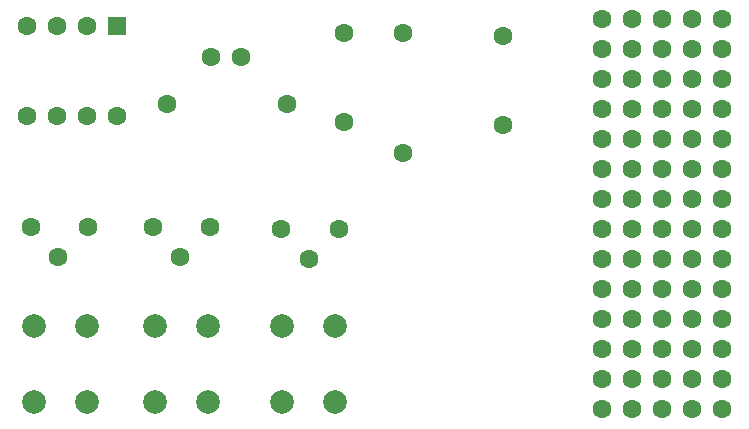
<source format=gbr>
%TF.GenerationSoftware,KiCad,Pcbnew,9.0.6*%
%TF.CreationDate,2026-01-05T22:50:17-06:00*%
%TF.ProjectId,learntosolderkit,6c656172-6e74-46f7-936f-6c6465726b69,rev?*%
%TF.SameCoordinates,Original*%
%TF.FileFunction,Soldermask,Bot*%
%TF.FilePolarity,Negative*%
%FSLAX46Y46*%
G04 Gerber Fmt 4.6, Leading zero omitted, Abs format (unit mm)*
G04 Created by KiCad (PCBNEW 9.0.6) date 2026-01-05 22:50:17*
%MOMM*%
%LPD*%
G01*
G04 APERTURE LIST*
G04 Aperture macros list*
%AMRoundRect*
0 Rectangle with rounded corners*
0 $1 Rounding radius*
0 $2 $3 $4 $5 $6 $7 $8 $9 X,Y pos of 4 corners*
0 Add a 4 corners polygon primitive as box body*
4,1,4,$2,$3,$4,$5,$6,$7,$8,$9,$2,$3,0*
0 Add four circle primitives for the rounded corners*
1,1,$1+$1,$2,$3*
1,1,$1+$1,$4,$5*
1,1,$1+$1,$6,$7*
1,1,$1+$1,$8,$9*
0 Add four rect primitives between the rounded corners*
20,1,$1+$1,$2,$3,$4,$5,0*
20,1,$1+$1,$4,$5,$6,$7,0*
20,1,$1+$1,$6,$7,$8,$9,0*
20,1,$1+$1,$8,$9,$2,$3,0*%
G04 Aperture macros list end*
%ADD10C,1.600000*%
%ADD11C,2.000000*%
%ADD12RoundRect,0.250000X-0.550000X0.550000X-0.550000X-0.550000X0.550000X-0.550000X0.550000X0.550000X0*%
G04 APERTURE END LIST*
D10*
%TO.C,REF\u002A\u002A*%
X172980000Y-106840000D03*
X170440000Y-106840000D03*
X167900000Y-106840000D03*
X165360000Y-106840000D03*
X162820000Y-106840000D03*
X172980000Y-104300000D03*
X170440000Y-104300000D03*
X167900000Y-104300000D03*
X165360000Y-104300000D03*
X162820000Y-104300000D03*
X162820000Y-73820000D03*
X162820000Y-76360000D03*
X162820000Y-78900000D03*
X162820000Y-81440000D03*
X162820000Y-83980000D03*
X162820000Y-86520000D03*
X162820000Y-89060000D03*
X162820000Y-91600000D03*
X162820000Y-94140000D03*
X162820000Y-96680000D03*
X162820000Y-99220000D03*
X162820000Y-101760000D03*
X165360000Y-73820000D03*
X165360000Y-76360000D03*
X165360000Y-78900000D03*
X165360000Y-81440000D03*
X165360000Y-83980000D03*
X165360000Y-86520000D03*
X165360000Y-89060000D03*
X165360000Y-91600000D03*
X165360000Y-94140000D03*
X165360000Y-96680000D03*
X165360000Y-99220000D03*
X165360000Y-101760000D03*
X167900000Y-73820000D03*
X167900000Y-76360000D03*
X167900000Y-78900000D03*
X167900000Y-81440000D03*
X167900000Y-83980000D03*
X167900000Y-86520000D03*
X167900000Y-89060000D03*
X167900000Y-91600000D03*
X167900000Y-94140000D03*
X167900000Y-96680000D03*
X167900000Y-99220000D03*
X167900000Y-101760000D03*
X170440000Y-73820000D03*
X170440000Y-76360000D03*
X170440000Y-78900000D03*
X170440000Y-81440000D03*
X170440000Y-83980000D03*
X170440000Y-86520000D03*
X170440000Y-89060000D03*
X170440000Y-91600000D03*
X170440000Y-94140000D03*
X170440000Y-96680000D03*
X170440000Y-99220000D03*
X170440000Y-101760000D03*
X172980000Y-73820000D03*
X172980000Y-76360000D03*
X172980000Y-78900000D03*
X172980000Y-81440000D03*
X172980000Y-83980000D03*
X172980000Y-86520000D03*
X172980000Y-89060000D03*
X172980000Y-91600000D03*
X172980000Y-94140000D03*
X172980000Y-96680000D03*
X172980000Y-99220000D03*
X172980000Y-101760000D03*
%TD*%
%TO.C,BZ1*%
X154500000Y-82800000D03*
X154500000Y-75200000D03*
%TD*%
%TO.C,RV2*%
X129640000Y-91440000D03*
X127100000Y-93980000D03*
X124800000Y-91440000D03*
%TD*%
%TO.C,J1*%
X129750000Y-77000000D03*
X132290000Y-77000000D03*
%TD*%
%TO.C,R2*%
X146000000Y-75000000D03*
X146000000Y-85160000D03*
%TD*%
D11*
%TO.C,SW3*%
X140250000Y-99750000D03*
X140250000Y-106250000D03*
X135750000Y-99750000D03*
X135750000Y-106250000D03*
%TD*%
D10*
%TO.C,R1*%
X136160000Y-81000000D03*
X126000000Y-81000000D03*
%TD*%
%TO.C,C1*%
X141000000Y-82500000D03*
X141000000Y-75000000D03*
%TD*%
D12*
%TO.C,U1*%
X121810000Y-74380000D03*
D10*
X119270000Y-74380000D03*
X116730000Y-74380000D03*
X114190000Y-74380000D03*
X114190000Y-82000000D03*
X116730000Y-82000000D03*
X119270000Y-82000000D03*
X121810000Y-82000000D03*
%TD*%
D11*
%TO.C,SW1*%
X119250000Y-99750000D03*
X119250000Y-106250000D03*
X114750000Y-99750000D03*
X114750000Y-106250000D03*
%TD*%
%TO.C,SW2*%
X129500000Y-99750000D03*
X129500000Y-106250000D03*
X125000000Y-99750000D03*
X125000000Y-106250000D03*
%TD*%
D10*
%TO.C,RV3*%
X135700000Y-91540000D03*
X138000000Y-94080000D03*
X140540000Y-91540000D03*
%TD*%
%TO.C,RV1*%
X119340000Y-91440000D03*
X116800000Y-93980000D03*
X114500000Y-91440000D03*
%TD*%
M02*

</source>
